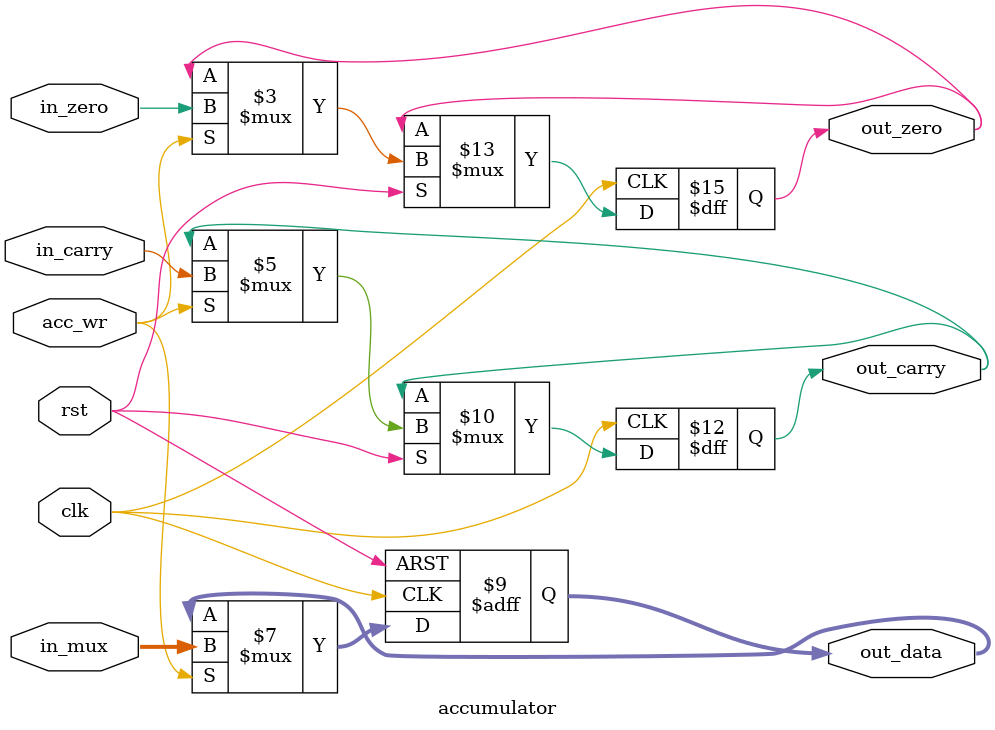
<source format=v>
module accumulator(clk,rst,acc_wr,in_mux,in_carry,in_zero,out_data,out_carry,out_zero);
	input rst,clk,acc_wr,in_carry,in_zero;
	input [7:0]in_mux;
	output reg [7:0] out_data;
	output  reg out_carry,out_zero; 
	

	always@(posedge clk or negedge rst)begin
		if(!rst)begin
			out_data<=8'h00;
			
		end else begin

		if (acc_wr)begin
			out_data<=in_mux;
			out_zero<=in_zero;
			out_carry<=in_carry;
		end
		
		end
		
	end
	
	
/*/ini	
	initial begin
			out_data=8'h00;
			out_carry=1'b0;
			out_zero=1'b0;
	end
	*/
	
endmodule
</source>
